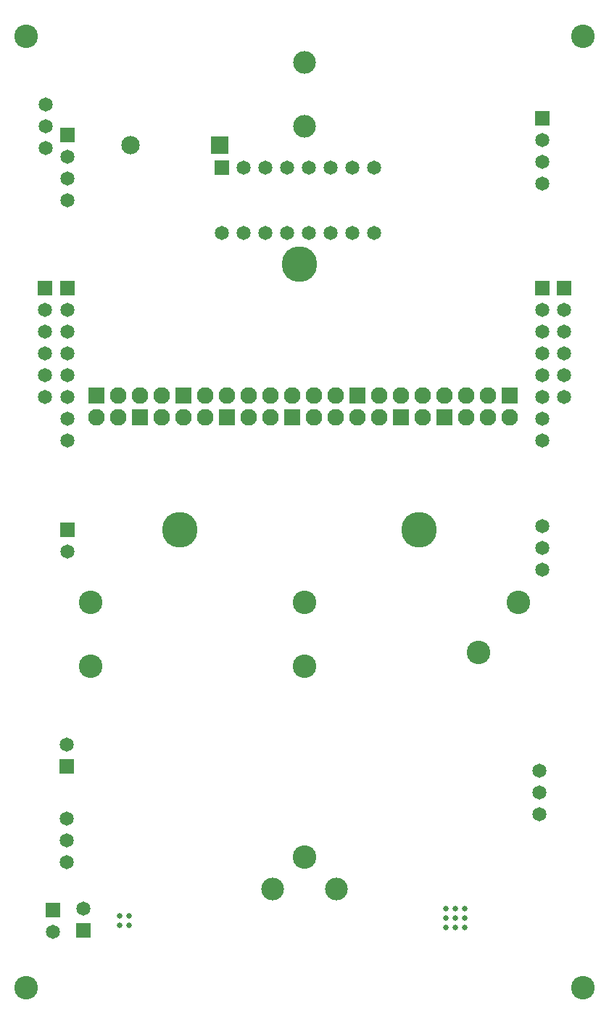
<source format=gbs>
G04*
G04 #@! TF.GenerationSoftware,Altium Limited,Altium Designer,19.1.7 (138)*
G04*
G04 Layer_Color=16711935*
%FSLAX44Y44*%
%MOMM*%
G71*
G01*
G75*
%ADD80R,1.6524X1.6524*%
%ADD81C,1.6524*%
%ADD82C,2.1524*%
%ADD83R,2.1524X2.1524*%
%ADD84C,2.7524*%
%ADD85C,4.1524*%
%ADD86C,2.6524*%
%ADD87R,1.9524X1.9524*%
%ADD88C,1.9524*%
%ADD89C,0.6524*%
D80*
X79240Y1026200D02*
D03*
X78500Y289350D02*
D03*
X62000Y122000D02*
D03*
X259300Y987800D02*
D03*
X53000Y847090D02*
D03*
X659250D02*
D03*
X633730D02*
D03*
X78740D02*
D03*
X79240Y565750D02*
D03*
X633320Y1045450D02*
D03*
X97500Y97870D02*
D03*
D81*
X79240Y1000800D02*
D03*
Y975400D02*
D03*
Y950000D02*
D03*
X78500Y314750D02*
D03*
X53500Y1010350D02*
D03*
Y1061150D02*
D03*
Y1035750D02*
D03*
X633320Y569292D02*
D03*
Y543892D02*
D03*
Y518492D02*
D03*
X62000Y96600D02*
D03*
X78500Y228500D02*
D03*
Y203100D02*
D03*
Y177700D02*
D03*
X437100Y911600D02*
D03*
X411700D02*
D03*
X386300D02*
D03*
X360900D02*
D03*
X335500D02*
D03*
X310100D02*
D03*
X284700D02*
D03*
X259300D02*
D03*
X437100Y987800D02*
D03*
X411700D02*
D03*
X386300D02*
D03*
X360900D02*
D03*
X335500D02*
D03*
X310100D02*
D03*
X284700D02*
D03*
X53000Y720090D02*
D03*
Y745490D02*
D03*
Y770890D02*
D03*
Y796290D02*
D03*
Y821690D02*
D03*
X659250Y720090D02*
D03*
Y745490D02*
D03*
Y770890D02*
D03*
Y796290D02*
D03*
Y821690D02*
D03*
X633730Y669290D02*
D03*
Y694690D02*
D03*
Y720090D02*
D03*
Y745490D02*
D03*
Y770890D02*
D03*
Y796290D02*
D03*
Y821690D02*
D03*
X78740D02*
D03*
Y796290D02*
D03*
Y770890D02*
D03*
Y745490D02*
D03*
Y720090D02*
D03*
Y694690D02*
D03*
Y669290D02*
D03*
X79240Y540350D02*
D03*
X633320Y969250D02*
D03*
Y994650D02*
D03*
Y1020050D02*
D03*
X630200Y233400D02*
D03*
Y258800D02*
D03*
Y284200D02*
D03*
X97500Y123270D02*
D03*
D82*
X152450Y1014250D02*
D03*
D83*
X257050D02*
D03*
D84*
X356004Y183603D02*
D03*
X681003Y31004D02*
D03*
X356004Y481004D02*
D03*
X31004Y31004D02*
D03*
X681003Y1141004D02*
D03*
X559004Y422504D02*
D03*
X106004Y481004D02*
D03*
X606004D02*
D03*
X106004Y406004D02*
D03*
X356004D02*
D03*
X31004Y1141004D02*
D03*
D85*
X490000Y565000D02*
D03*
X210000D02*
D03*
X350000Y875000D02*
D03*
D86*
X356004Y1111004D02*
D03*
Y1036004D02*
D03*
X318504Y146004D02*
D03*
X393503D02*
D03*
D87*
X112500Y721750D02*
D03*
X163300Y696350D02*
D03*
X214100Y721750D02*
D03*
X264900Y696350D02*
D03*
X341100D02*
D03*
X417300Y721750D02*
D03*
X468100Y696350D02*
D03*
X518900D02*
D03*
X595100Y721750D02*
D03*
D88*
X112500Y696350D02*
D03*
X137900Y721750D02*
D03*
Y696350D02*
D03*
X163300Y721750D02*
D03*
X188700D02*
D03*
Y696350D02*
D03*
X214100D02*
D03*
X239500Y721750D02*
D03*
Y696350D02*
D03*
X264900Y721750D02*
D03*
X290300D02*
D03*
Y696350D02*
D03*
X315700Y721750D02*
D03*
Y696350D02*
D03*
X341100Y721750D02*
D03*
X366500D02*
D03*
Y696350D02*
D03*
X391900Y721750D02*
D03*
Y696350D02*
D03*
X417300D02*
D03*
X442700Y721750D02*
D03*
Y696350D02*
D03*
X468100Y721750D02*
D03*
X493500D02*
D03*
Y696350D02*
D03*
X518900Y721750D02*
D03*
X544300D02*
D03*
Y696350D02*
D03*
X569700Y721750D02*
D03*
Y696350D02*
D03*
X595100D02*
D03*
D89*
X150750Y103841D02*
D03*
X139750D02*
D03*
X150750Y114841D02*
D03*
X139750D02*
D03*
X521250Y112500D02*
D03*
X532250D02*
D03*
X543250D02*
D03*
X521250Y101500D02*
D03*
X532250D02*
D03*
X543250D02*
D03*
Y123500D02*
D03*
X532250D02*
D03*
X521250D02*
D03*
M02*

</source>
